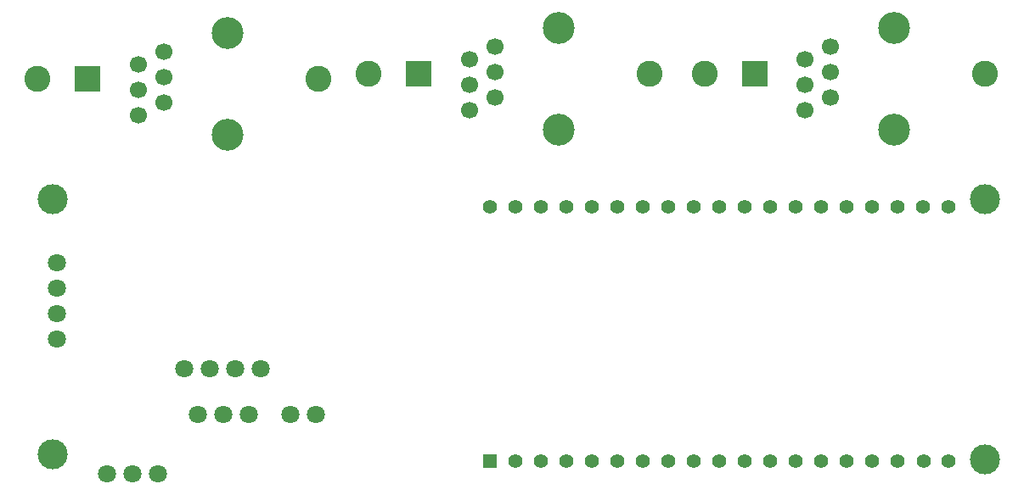
<source format=gbs>
G04 #@! TF.FileFunction,Soldermask,Bot*
%FSLAX46Y46*%
G04 Gerber Fmt 4.6, Leading zero omitted, Abs format (unit mm)*
G04 Created by KiCad (PCBNEW 4.0.7) date 11/21/18 11:39:18*
%MOMM*%
%LPD*%
G01*
G04 APERTURE LIST*
%ADD10C,0.150000*%
%ADD11R,2.499360X2.499360*%
%ADD12C,2.600000*%
%ADD13C,1.700000*%
%ADD14C,3.180000*%
%ADD15C,3.000000*%
%ADD16C,1.800000*%
%ADD17C,1.397000*%
%ADD18R,1.397000X1.397000*%
G04 APERTURE END LIST*
D10*
D11*
X83000000Y-111000000D03*
D12*
X106000000Y-111000000D03*
X78000000Y-111000000D03*
D13*
X88060000Y-114675000D03*
X88060000Y-112135000D03*
X88060000Y-109595000D03*
X90600000Y-110865000D03*
X90600000Y-108325000D03*
X90600000Y-113405000D03*
D14*
X96950000Y-116580000D03*
X96950000Y-106420000D03*
D15*
X79500000Y-148500000D03*
X79500000Y-123000000D03*
X172500000Y-149000000D03*
X172500000Y-123000000D03*
D16*
X103240160Y-144500000D03*
X105780160Y-144500000D03*
X93960000Y-144500000D03*
X96500000Y-144500000D03*
X99040000Y-144500000D03*
X84960000Y-150500000D03*
X87500000Y-150500000D03*
X90040000Y-150500000D03*
D17*
X166320000Y-123800000D03*
X168860000Y-123800000D03*
X163780000Y-123800000D03*
X161240000Y-123800000D03*
X158700000Y-123800000D03*
X158700000Y-149200000D03*
X161240000Y-149200000D03*
X163780000Y-149200000D03*
X168860000Y-149200000D03*
X166350000Y-149200000D03*
X140920000Y-123800000D03*
X143460000Y-123800000D03*
X138380000Y-123800000D03*
X135840000Y-123800000D03*
X133300000Y-123800000D03*
X130760000Y-123800000D03*
X128220000Y-123800000D03*
X125650000Y-123800000D03*
X146000000Y-123800000D03*
X148540000Y-123800000D03*
X151080000Y-123800000D03*
X156160000Y-123800000D03*
X153620000Y-123800000D03*
X153620000Y-149200000D03*
X156160000Y-149200000D03*
X151080000Y-149200000D03*
X148540000Y-149200000D03*
X146000000Y-149200000D03*
X123140000Y-123800000D03*
D18*
X123140000Y-149200000D03*
D17*
X125650000Y-149200000D03*
X128220000Y-149200000D03*
X130760000Y-149200000D03*
X133300000Y-149200000D03*
X135840000Y-149200000D03*
X138380000Y-149200000D03*
X143460000Y-149200000D03*
X140920000Y-149200000D03*
D16*
X92650000Y-140000000D03*
X95190000Y-140000000D03*
X100259840Y-140000000D03*
X97719840Y-140000000D03*
X79900000Y-129350000D03*
X79900000Y-131890000D03*
X79900000Y-136959840D03*
X79900000Y-134419840D03*
D13*
X154560000Y-114175000D03*
X154560000Y-111635000D03*
X154560000Y-109095000D03*
X157100000Y-110365000D03*
X157100000Y-107825000D03*
X157100000Y-112905000D03*
D14*
X163450000Y-116080000D03*
X163450000Y-105920000D03*
D12*
X144500000Y-110500000D03*
X172500000Y-110500000D03*
D11*
X149500000Y-110500000D03*
D13*
X121060000Y-114175000D03*
X121060000Y-111635000D03*
X121060000Y-109095000D03*
X123600000Y-110365000D03*
X123600000Y-107825000D03*
X123600000Y-112905000D03*
D14*
X129950000Y-116080000D03*
X129950000Y-105920000D03*
D12*
X111000000Y-110500000D03*
X139000000Y-110500000D03*
D11*
X116000000Y-110500000D03*
M02*

</source>
